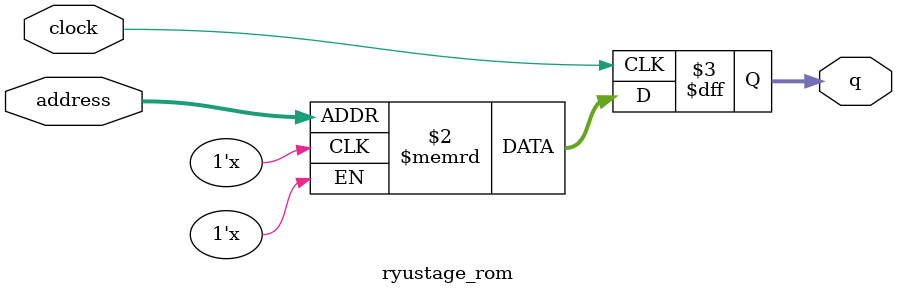
<source format=sv>
module ryustage_rom (
	input logic clock,
	input logic [18:0] address,
	output logic [3:0] q
);

logic [3:0] memory [0:307199] /* synthesis ram_init_file = "./ryustage/ryustage.mif" */;

always_ff @ (posedge clock) begin
	q <= memory[address];
end

endmodule

</source>
